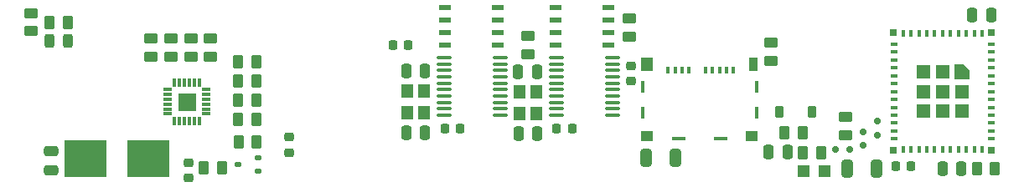
<source format=gbr>
%TF.GenerationSoftware,KiCad,Pcbnew,8.0.3*%
%TF.CreationDate,2024-06-20T21:51:27+02:00*%
%TF.ProjectId,KIA-OBD2-DISPLAY,4b49412d-4f42-4443-922d-444953504c41,rev?*%
%TF.SameCoordinates,Original*%
%TF.FileFunction,Paste,Top*%
%TF.FilePolarity,Positive*%
%FSLAX46Y46*%
G04 Gerber Fmt 4.6, Leading zero omitted, Abs format (unit mm)*
G04 Created by KiCad (PCBNEW 8.0.3) date 2024-06-20 21:51:27*
%MOMM*%
%LPD*%
G01*
G04 APERTURE LIST*
G04 Aperture macros list*
%AMRoundRect*
0 Rectangle with rounded corners*
0 $1 Rounding radius*
0 $2 $3 $4 $5 $6 $7 $8 $9 X,Y pos of 4 corners*
0 Add a 4 corners polygon primitive as box body*
4,1,4,$2,$3,$4,$5,$6,$7,$8,$9,$2,$3,0*
0 Add four circle primitives for the rounded corners*
1,1,$1+$1,$2,$3*
1,1,$1+$1,$4,$5*
1,1,$1+$1,$6,$7*
1,1,$1+$1,$8,$9*
0 Add four rect primitives between the rounded corners*
20,1,$1+$1,$2,$3,$4,$5,0*
20,1,$1+$1,$4,$5,$6,$7,0*
20,1,$1+$1,$6,$7,$8,$9,0*
20,1,$1+$1,$8,$9,$2,$3,0*%
%AMFreePoly0*
4,1,6,0.725000,-0.725000,-0.725000,-0.725000,-0.725000,0.125000,-0.125000,0.725000,0.725000,0.725000,0.725000,-0.725000,0.725000,-0.725000,$1*%
G04 Aperture macros list end*
%ADD10C,0.010000*%
%ADD11R,1.200000X1.200000*%
%ADD12RoundRect,0.250000X0.262500X0.450000X-0.262500X0.450000X-0.262500X-0.450000X0.262500X-0.450000X0*%
%ADD13RoundRect,0.100000X-0.637500X-0.100000X0.637500X-0.100000X0.637500X0.100000X-0.637500X0.100000X0*%
%ADD14RoundRect,0.250000X-0.450000X0.262500X-0.450000X-0.262500X0.450000X-0.262500X0.450000X0.262500X0*%
%ADD15R,1.200000X1.400000*%
%ADD16RoundRect,0.243750X0.243750X0.456250X-0.243750X0.456250X-0.243750X-0.456250X0.243750X-0.456250X0*%
%ADD17RoundRect,0.250000X0.250000X0.475000X-0.250000X0.475000X-0.250000X-0.475000X0.250000X-0.475000X0*%
%ADD18RoundRect,0.225000X0.225000X0.250000X-0.225000X0.250000X-0.225000X-0.250000X0.225000X-0.250000X0*%
%ADD19RoundRect,0.250000X0.475000X-0.250000X0.475000X0.250000X-0.475000X0.250000X-0.475000X-0.250000X0*%
%ADD20R,1.300000X0.600000*%
%ADD21RoundRect,0.225000X-0.225000X-0.250000X0.225000X-0.250000X0.225000X0.250000X-0.225000X0.250000X0*%
%ADD22RoundRect,0.008100X0.396900X0.126900X-0.396900X0.126900X-0.396900X-0.126900X0.396900X-0.126900X0*%
%ADD23RoundRect,0.008100X-0.126900X0.396900X-0.126900X-0.396900X0.126900X-0.396900X0.126900X0.396900X0*%
%ADD24RoundRect,0.008100X-0.396900X-0.126900X0.396900X-0.126900X0.396900X0.126900X-0.396900X0.126900X0*%
%ADD25RoundRect,0.008100X0.126900X-0.396900X0.126900X0.396900X-0.126900X0.396900X-0.126900X-0.396900X0*%
%ADD26R,0.400000X0.800000*%
%ADD27R,0.800000X0.400000*%
%ADD28FreePoly0,270.000000*%
%ADD29R,1.450000X1.450000*%
%ADD30R,0.700000X0.700000*%
%ADD31RoundRect,0.250000X-0.325000X-0.650000X0.325000X-0.650000X0.325000X0.650000X-0.325000X0.650000X0*%
%ADD32RoundRect,0.250000X-0.262500X-0.450000X0.262500X-0.450000X0.262500X0.450000X-0.262500X0.450000X0*%
%ADD33RoundRect,0.150000X0.150000X0.200000X-0.150000X0.200000X-0.150000X-0.200000X0.150000X-0.200000X0*%
%ADD34RoundRect,0.225000X-0.250000X0.225000X-0.250000X-0.225000X0.250000X-0.225000X0.250000X0.225000X0*%
%ADD35RoundRect,0.250000X-0.250000X-0.475000X0.250000X-0.475000X0.250000X0.475000X-0.250000X0.475000X0*%
%ADD36RoundRect,0.250000X0.325000X0.650000X-0.325000X0.650000X-0.325000X-0.650000X0.325000X-0.650000X0*%
%ADD37RoundRect,0.225000X-0.225000X-0.375000X0.225000X-0.375000X0.225000X0.375000X-0.225000X0.375000X0*%
%ADD38RoundRect,0.150000X-0.200000X0.150000X-0.200000X-0.150000X0.200000X-0.150000X0.200000X0.150000X0*%
%ADD39RoundRect,0.250000X0.450000X-0.262500X0.450000X0.262500X-0.450000X0.262500X-0.450000X-0.262500X0*%
%ADD40R,4.240000X3.810000*%
%ADD41RoundRect,0.150000X0.200000X-0.150000X0.200000X0.150000X-0.200000X0.150000X-0.200000X-0.150000X0*%
%ADD42RoundRect,0.112500X0.237500X-0.112500X0.237500X0.112500X-0.237500X0.112500X-0.237500X-0.112500X0*%
%ADD43R,0.450000X0.700000*%
%ADD44R,0.950000X1.400000*%
%ADD45R,1.300000X1.400000*%
%ADD46R,0.400000X1.200000*%
%ADD47R,1.300000X1.000000*%
%ADD48R,1.400000X0.400000*%
G04 APERTURE END LIST*
D10*
%TO.C,U4*%
X143682801Y-89170000D02*
X141971500Y-89170000D01*
X141971500Y-87458699D01*
X143682801Y-87458699D01*
X143682801Y-89170000D01*
G36*
X143682801Y-89170000D02*
G01*
X141971500Y-89170000D01*
X141971500Y-87458699D01*
X143682801Y-87458699D01*
X143682801Y-89170000D01*
G37*
%TD*%
D11*
%TO.C,D14*%
X205164000Y-95377000D03*
X207264000Y-95377000D03*
%TD*%
D12*
%TO.C,R6*%
X149861635Y-84257908D03*
X148036635Y-84257908D03*
%TD*%
D13*
%TO.C,U10*%
X168800000Y-83850000D03*
X168800000Y-84500000D03*
X168800000Y-85150000D03*
X168800000Y-85800000D03*
X168800000Y-86450000D03*
X168800000Y-87100000D03*
X168800000Y-87750000D03*
X168800000Y-88400000D03*
X168800000Y-89050000D03*
X168800000Y-89700000D03*
X174525000Y-89700000D03*
X174525000Y-89050000D03*
X174525000Y-88400000D03*
X174525000Y-87750000D03*
X174525000Y-87100000D03*
X174525000Y-86450000D03*
X174525000Y-85800000D03*
X174525000Y-85150000D03*
X174525000Y-84500000D03*
X174525000Y-83850000D03*
%TD*%
D14*
%TO.C,R8*%
X143239500Y-81941500D03*
X143239500Y-83766500D03*
%TD*%
D15*
%TO.C,Y1*%
X178125000Y-89550000D03*
X178125000Y-87350000D03*
X176425000Y-87350000D03*
X176425000Y-89550000D03*
%TD*%
D16*
%TO.C,D9*%
X130810000Y-82169000D03*
X128935000Y-82169000D03*
%TD*%
D13*
%TO.C,U11*%
X180150000Y-83850000D03*
X180150000Y-84500000D03*
X180150000Y-85150000D03*
X180150000Y-85800000D03*
X180150000Y-86450000D03*
X180150000Y-87100000D03*
X180150000Y-87750000D03*
X180150000Y-88400000D03*
X180150000Y-89050000D03*
X180150000Y-89700000D03*
X185875000Y-89700000D03*
X185875000Y-89050000D03*
X185875000Y-88400000D03*
X185875000Y-87750000D03*
X185875000Y-87100000D03*
X185875000Y-86450000D03*
X185875000Y-85800000D03*
X185875000Y-85150000D03*
X185875000Y-84500000D03*
X185875000Y-83850000D03*
%TD*%
D17*
%TO.C,C1*%
X166899282Y-85219940D03*
X164999282Y-85219940D03*
%TD*%
D12*
%TO.C,R3*%
X149855695Y-90154639D03*
X148030695Y-90154639D03*
%TD*%
D18*
%TO.C,C5*%
X216027000Y-94869000D03*
X214477000Y-94869000D03*
%TD*%
D12*
%TO.C,R4*%
X149858500Y-88188000D03*
X148033500Y-88188000D03*
%TD*%
D19*
%TO.C,C13*%
X129159000Y-95245000D03*
X129159000Y-93345000D03*
%TD*%
D14*
%TO.C,R10*%
X139239500Y-81941500D03*
X139239500Y-83766500D03*
%TD*%
D20*
%TO.C,U7*%
X180100000Y-78795000D03*
X180100000Y-80065000D03*
X180100000Y-81335000D03*
X180100000Y-82605000D03*
X185400000Y-82605000D03*
X185400000Y-81335000D03*
X185400000Y-80065000D03*
X185400000Y-78795000D03*
%TD*%
D21*
%TO.C,C8*%
X163677000Y-82550000D03*
X165227000Y-82550000D03*
%TD*%
D22*
%TO.C,U4*%
X144781500Y-89565000D03*
X144781500Y-89065000D03*
X144781500Y-88565000D03*
X144781500Y-88065000D03*
X144781500Y-87565000D03*
X144781500Y-87065000D03*
D23*
X144076500Y-86360000D03*
X143576500Y-86360000D03*
X143076500Y-86360000D03*
X142576500Y-86360000D03*
X142076500Y-86360000D03*
X141576500Y-86360000D03*
D24*
X140871500Y-87065000D03*
X140871500Y-87565000D03*
X140871500Y-88065000D03*
X140871500Y-88565000D03*
X140871500Y-89065000D03*
X140871500Y-89565000D03*
D25*
X141576500Y-90270000D03*
X142076500Y-90270000D03*
X142576500Y-90270000D03*
X143076500Y-90270000D03*
X143576500Y-90270000D03*
X144076500Y-90270000D03*
%TD*%
D26*
%TO.C,U9*%
X223200000Y-81400000D03*
X222400000Y-81400000D03*
X221600000Y-81400000D03*
X220800000Y-81400000D03*
X220000000Y-81400000D03*
X219200000Y-81400000D03*
X218400000Y-81400000D03*
X217600000Y-81400000D03*
X216800000Y-81400000D03*
X216000000Y-81400000D03*
X215200000Y-81400000D03*
D27*
X214300000Y-82500000D03*
X214300000Y-83300000D03*
X214300000Y-84100000D03*
X214300000Y-84900000D03*
X214300000Y-85700000D03*
X214300000Y-86500000D03*
X214300000Y-87300000D03*
X214300000Y-88100000D03*
X214300000Y-88900000D03*
X214300000Y-89700000D03*
X214300000Y-90500000D03*
X214300000Y-91300000D03*
X214300000Y-92100000D03*
D26*
X215200000Y-93200000D03*
X216000000Y-93200000D03*
X216800000Y-93200000D03*
X217600000Y-93200000D03*
X218400000Y-93200000D03*
X219200000Y-93200000D03*
X220000000Y-93200000D03*
X220800000Y-93200000D03*
X221600000Y-93200000D03*
X222400000Y-93200000D03*
X223200000Y-93200000D03*
D27*
X224100000Y-92100000D03*
X224100000Y-91300000D03*
X224100000Y-90500000D03*
X224100000Y-89700000D03*
X224100000Y-88900000D03*
X224100000Y-88100000D03*
X224100000Y-87300000D03*
X224100000Y-86500000D03*
X224100000Y-85700000D03*
X224100000Y-84900000D03*
X224100000Y-84100000D03*
X224100000Y-83300000D03*
X224100000Y-82500000D03*
D28*
X221175000Y-85325000D03*
D29*
X219200000Y-85325000D03*
X217225000Y-85325000D03*
X221175000Y-87300000D03*
X219200000Y-87300000D03*
X217225000Y-87300000D03*
X221175000Y-89275000D03*
X219200000Y-89275000D03*
X217225000Y-89275000D03*
D30*
X224150000Y-93250000D03*
X214250000Y-93250000D03*
X214250000Y-81350000D03*
X224150000Y-81350000D03*
%TD*%
D14*
%TO.C,R16*%
X201829804Y-82352628D03*
X201829804Y-84177628D03*
%TD*%
D31*
%TO.C,C15*%
X189279000Y-93980000D03*
X192229000Y-93980000D03*
%TD*%
D32*
%TO.C,R11*%
X222645727Y-95133997D03*
X224470727Y-95133997D03*
%TD*%
D33*
%TO.C,D11*%
X208400000Y-93200000D03*
X209800000Y-93200000D03*
%TD*%
D34*
%TO.C,C11*%
X187706000Y-84683000D03*
X187706000Y-86233000D03*
%TD*%
D18*
%TO.C,C9*%
X170460000Y-91059000D03*
X168910000Y-91059000D03*
%TD*%
D32*
%TO.C,R18*%
X205081500Y-93472000D03*
X206906500Y-93472000D03*
%TD*%
D12*
%TO.C,R5*%
X149855662Y-86219460D03*
X148030662Y-86219460D03*
%TD*%
D35*
%TO.C,C4*%
X176331646Y-91578373D03*
X178231646Y-91578373D03*
%TD*%
D17*
%TO.C,C17*%
X203513364Y-93406761D03*
X201613364Y-93406761D03*
%TD*%
D18*
%TO.C,C10*%
X181763000Y-91059000D03*
X180213000Y-91059000D03*
%TD*%
D17*
%TO.C,C3*%
X178223354Y-85316402D03*
X176323354Y-85316402D03*
%TD*%
D20*
%TO.C,U6*%
X168947975Y-78745000D03*
X168947975Y-80015000D03*
X168947975Y-81285000D03*
X168947975Y-82555000D03*
X174247975Y-82555000D03*
X174247975Y-81285000D03*
X174247975Y-80015000D03*
X174247975Y-78745000D03*
%TD*%
D36*
%TO.C,C16*%
X212549000Y-95123000D03*
X209599000Y-95123000D03*
%TD*%
D37*
%TO.C,D10*%
X202692451Y-89361586D03*
X205992451Y-89361586D03*
%TD*%
D38*
%TO.C,D12*%
X212600000Y-91700000D03*
X212600000Y-90300000D03*
%TD*%
D32*
%TO.C,R1*%
X148087500Y-92400000D03*
X149912500Y-92400000D03*
%TD*%
D39*
%TO.C,R17*%
X209400000Y-91712500D03*
X209400000Y-89887500D03*
%TD*%
D40*
%TO.C,F1*%
X132568000Y-94107000D03*
X138938000Y-94107000D03*
%TD*%
D17*
%TO.C,C12*%
X221107000Y-95123000D03*
X219207000Y-95123000D03*
%TD*%
D41*
%TO.C,D13*%
X211150000Y-91350000D03*
X211150000Y-92750000D03*
%TD*%
D35*
%TO.C,C14*%
X222189000Y-79502000D03*
X224089000Y-79502000D03*
%TD*%
D42*
%TO.C,Q1*%
X149997687Y-95354240D03*
X149997687Y-94054240D03*
X147997687Y-94704240D03*
%TD*%
D12*
%TO.C,R12*%
X130810000Y-80264000D03*
X128985000Y-80264000D03*
%TD*%
D14*
%TO.C,R13*%
X127127000Y-79351500D03*
X127127000Y-81176500D03*
%TD*%
%TO.C,R14*%
X187511516Y-79888641D03*
X187511516Y-81713641D03*
%TD*%
D43*
%TO.C,J11*%
X196661802Y-85083761D03*
D44*
X200116802Y-84543761D03*
D45*
X189341802Y-84543761D03*
D46*
X188891802Y-86843761D03*
X188891802Y-89443761D03*
D47*
X189341802Y-91803761D03*
D48*
X192531802Y-92103761D03*
X196781802Y-92103761D03*
D47*
X199941802Y-91803761D03*
D46*
X200391802Y-89443761D03*
X200391802Y-86843761D03*
D43*
X191461802Y-85083761D03*
X192161802Y-85083761D03*
X192861802Y-85083761D03*
X193561802Y-85083761D03*
X195261802Y-85083761D03*
X195961802Y-85083761D03*
X197361802Y-85083761D03*
X198061802Y-85083761D03*
%TD*%
D14*
%TO.C,R9*%
X141239500Y-81941500D03*
X141239500Y-83766500D03*
%TD*%
D15*
%TO.C,Y4*%
X166800000Y-89450000D03*
X166800000Y-87250000D03*
X165100000Y-87250000D03*
X165100000Y-89450000D03*
%TD*%
D34*
%TO.C,C7*%
X153162000Y-91922000D03*
X153162000Y-93472000D03*
%TD*%
D32*
%TO.C,R2*%
X144575000Y-95000000D03*
X146400000Y-95000000D03*
%TD*%
D34*
%TO.C,C6*%
X143002000Y-94525800D03*
X143002000Y-96075800D03*
%TD*%
D12*
%TO.C,R19*%
X205034865Y-91471692D03*
X203209865Y-91471692D03*
%TD*%
D14*
%TO.C,R7*%
X145239500Y-81941500D03*
X145239500Y-83766500D03*
%TD*%
D35*
%TO.C,C2*%
X164997975Y-91450000D03*
X166897975Y-91450000D03*
%TD*%
D14*
%TO.C,R15*%
X177296434Y-81671911D03*
X177296434Y-83496911D03*
%TD*%
M02*

</source>
